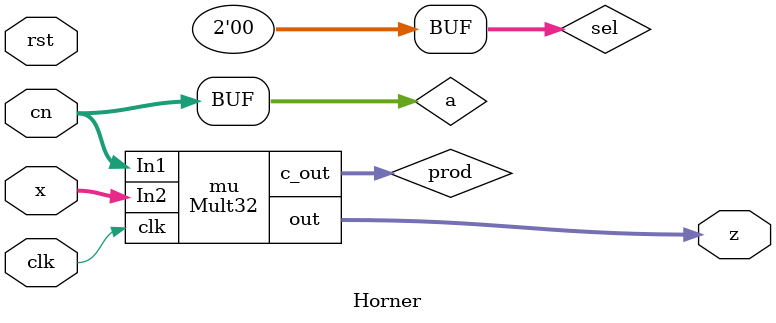
<source format=v>
module Add32 
        (   input clk,
            input rst,
            input [31:0] In1,
            input [31:0] In2,
            output reg [31:0] out );
    always @(posedge clk) begin
        out <= In1+In2;
    end

endmodule

module Mult32 (input clk,
               //input rst,
               input [31:0] In1,
               input [31:0] In2,
               output reg [31:0] c_out, out);
        
        always @(posedge clk) begin
            //if (rst)
                //out <= 4'h0;
            //else
                {c_out, out} <= In1 * In2;

        end


endmodule 
/**
module adder
            (input clk,
            input rst,
            input [31:0] a,b,c,
            output wire [31:0] out);

    reg [31:0] xa,xb,xc;
    wire [31:0] wa,wb,wc;
    wire [31:0] t;
    assign wa = xa;
    assign wb = xb;
    assign wc = xc;

    Add32 a0(clk,
            wa,
            wb,
            t);

    Add32 a1(clk,
             t,
             wc,
             out);

    always @(posedge clk) begin
        if (rst) begin
            xa <= 0;
            xb <= 0;
            xc <= 0;
        end
        
        else begin
            xa <= a;
            xb <= b;
            xc <= c;

      end
    end 
endmodule 

module multiplier ( input clk,
                    input rst,
                    input [31:0] a,b,c,
                    output wire [31:0] out);
    reg [31:0] sa,sb,sc;
    wire [31:0] ya,yb,yc;
    wire [31:0] t;
    assign ya = sa;
    assign yb = sb;
    assign yc = sc;

    Mult32 a0(clk,
            ya,
            yb,
            t);

    Mult32 a1(clk,
             t,
             yc,
             out);

    always @(posedge clk) begin
        if (rst) begin
            sa <= 0;
            sb <= 0;
            sc <= 0;
        end
        
        else begin
            sa <= a;
            sb <= b;
            sc <= c;

      end
    end 

endmodule
**/
module Mux21 (input [1:0] sel,
              input [31:0] cn,
              input [31:0] y,
              output reg [31:0] out); 

        always @(sel or cn or y) begin
            if (sel == 1'b0)
                out <= cn;
            else
                out <= y;
        end

endmodule

module Horner(input clk,
              input rst,
              input [31:0] x,
              input [31:0] cn,
              output wire [31:0] z);
              //output reg over );

        reg [1:0] sel = 1'b0;
        wire [31:0] a, b;
        wire [31:0] prod;
        reg [1:0] coeff_ind;
        reg [31:0] coeff_reg;
         reg [31:0] mem [0:3];  //degree of polynomial (4)
        reg [31:0] out;

    //x^3 + x^2 + x + 1;
    initial begin
        mem[0] = 4'h1;
        mem[1] = 4'h2;
        mem[2] = 4'h3;
        mem[3] = 4'h4;
        out = 4'h1;
        coeff_reg = 4'h0;
    end

    assign a = sel ? out : cn;
   // Mux21 mx(sel,cn,out,a);
    Mult32 mu(clk,a,x,prod, z);
    Add32 a1(clk,rst,out,coeff_reg,b);
  // assign a = sel ? out : cn;

    //assign z = out;

    always @(posedge clk) begin
        if (rst) begin
          out <= 0;
          coeff_ind <= 0; 
        end
        //else if(coeff_ind != 4'h3) begin
        else begin
               coeff_ind <= coeff_ind + 4'h1;
                coeff_reg <= mem[coeff_ind];
                out <= b;
                //out <= z;
            //else
               // out <= 4'h0;
        end
    end

endmodule

</source>
